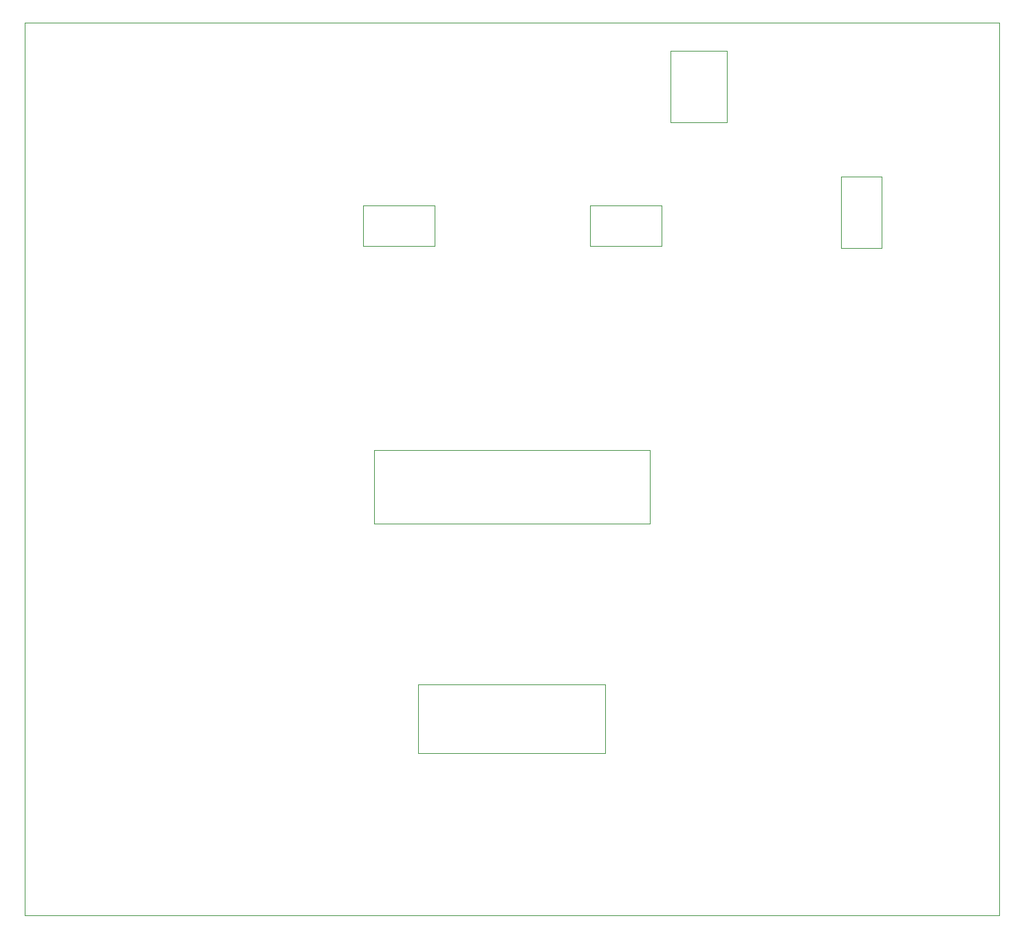
<source format=gbr>
%TF.GenerationSoftware,KiCad,Pcbnew,8.0.2*%
%TF.CreationDate,2024-05-27T11:10:36+02:00*%
%TF.ProjectId,Motor_Board_L476RG,4d6f746f-725f-4426-9f61-72645f4c3437,rev?*%
%TF.SameCoordinates,Original*%
%TF.FileFunction,Profile,NP*%
%FSLAX46Y46*%
G04 Gerber Fmt 4.6, Leading zero omitted, Abs format (unit mm)*
G04 Created by KiCad (PCBNEW 8.0.2) date 2024-05-27 11:10:36*
%MOMM*%
%LPD*%
G01*
G04 APERTURE LIST*
%TA.AperFunction,Profile*%
%ADD10C,0.050000*%
%TD*%
G04 APERTURE END LIST*
D10*
X224000000Y-59500000D02*
X229000000Y-59500000D01*
X229000000Y-68300000D01*
X224000000Y-68300000D01*
X224000000Y-59500000D01*
X203000000Y-44000000D02*
X210000000Y-44000000D01*
X210000000Y-52800000D01*
X203000000Y-52800000D01*
X203000000Y-44000000D01*
X193100000Y-63000000D02*
X201900000Y-63000000D01*
X201900000Y-68000000D01*
X193100000Y-68000000D01*
X193100000Y-63000000D01*
X123500000Y-40500000D02*
X243500000Y-40500000D01*
X243500000Y-150500000D01*
X123500000Y-150500000D01*
X123500000Y-40500000D01*
X166500000Y-93200000D02*
X200500000Y-93200000D01*
X200500000Y-102200000D01*
X166500000Y-102200000D01*
X166500000Y-93200000D01*
X171975000Y-122000000D02*
X194975000Y-122000000D01*
X194975000Y-130500000D01*
X171975000Y-130500000D01*
X171975000Y-122000000D01*
X165200000Y-63000000D02*
X174000000Y-63000000D01*
X174000000Y-68000000D01*
X165200000Y-68000000D01*
X165200000Y-63000000D01*
M02*

</source>
